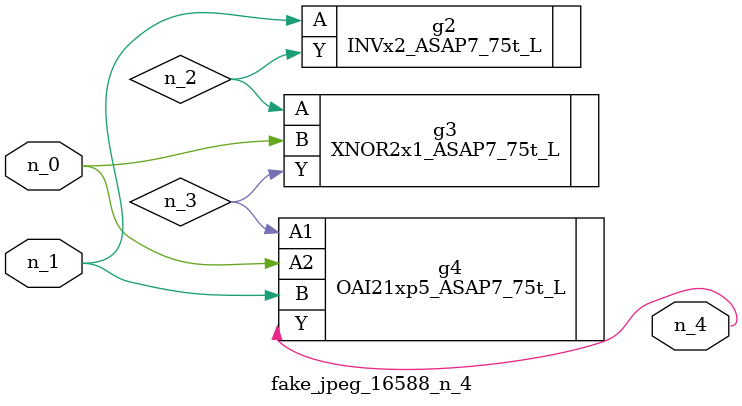
<source format=v>
module fake_jpeg_16588_n_4 (n_0, n_1, n_4);

input n_0;
input n_1;

output n_4;

wire n_3;
wire n_2;

INVx2_ASAP7_75t_L g2 ( 
.A(n_1),
.Y(n_2)
);

XNOR2x1_ASAP7_75t_L g3 ( 
.A(n_2),
.B(n_0),
.Y(n_3)
);

OAI21xp5_ASAP7_75t_L g4 ( 
.A1(n_3),
.A2(n_0),
.B(n_1),
.Y(n_4)
);


endmodule
</source>
